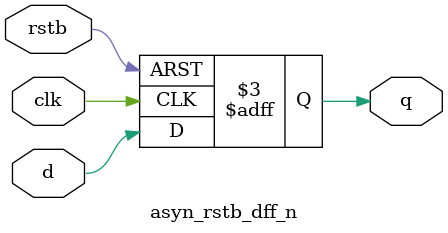
<source format=v>
module asyn_rstb_dff_n(
input clk,d,rstb,
output reg q);
always@(negedge clk or negedge rstb)begin
if(!rstb) q<=0;
else q<=d;
end
endmodule
</source>
